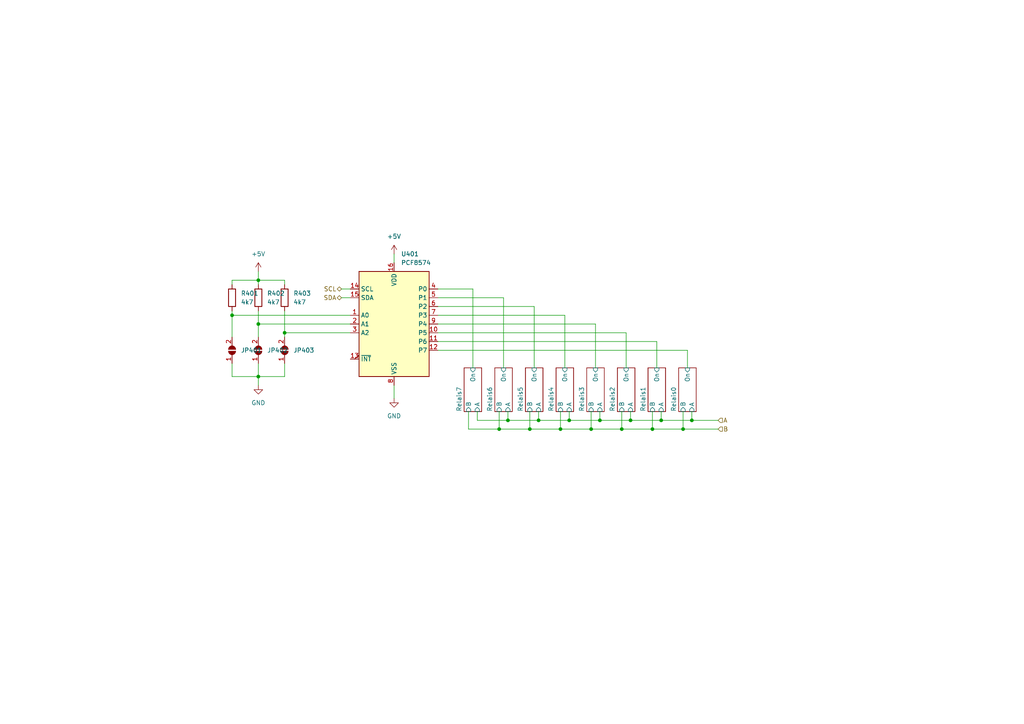
<source format=kicad_sch>
(kicad_sch (version 20211123) (generator eeschema)
  (paper "A4")
  (title_block (date "2022-03-14") (company "makerspace Bocholt"))
  (lib_symbols
    (symbol "Device:R" (pin_numbers hide) (pin_names (offset 0))
      (property "Reference" "R" (at 2.032 0 90))
      (property "Value" "R" (at 0 0 90))
      (symbol "R_0_1"
        (rectangle (start -1.016 -2.54) (end 1.016 2.54) (stroke (width 0.254)))
      )
      (symbol "R_1_1"
        (pin passive line (at 0 3.81 270) (length 1.27) (name "~") (number "1"))
        (pin passive line (at 0 -3.81 90) (length 1.27) (name "~") (number "2"))
      )
    )
    (symbol "Interface_Expansion:PCF8574"
      (property "Reference" "U" (at -8.89 16.51 0))
      (property "Value" "PCF8574" (at 2.54 16.51 0))
      (symbol "PCF8574_0_1"
        (rectangle (start -10.16 15.24) (end 10.16 -15.24) (stroke (width 0.254)) (fill (type background)))
      )
      (symbol "PCF8574_1_1"
        (pin input line (at -12.7 2.54 0) (length 2.54) (name "A0") (number "1"))
        (pin bidirectional line (at 12.7 -2.54 180) (length 2.54) (name "P5") (number "10"))
        (pin bidirectional line (at 12.7 -5.08 180) (length 2.54) (name "P6") (number "11"))
        (pin bidirectional line (at 12.7 -7.62 180) (length 2.54) (name "P7") (number "12"))
        (pin open_collector output_low (at -12.7 -10.16 0) (length 2.54) (name "~{INT}") (number "13"))
        (pin input line (at -12.7 10.16 0) (length 2.54) (name "SCL") (number "14"))
        (pin bidirectional line (at -12.7 7.62 0) (length 2.54) (name "SDA") (number "15"))
        (pin power_in line (at 0 17.78 270) (length 2.54) (name "VDD") (number "16"))
        (pin input line (at -12.7 0 0) (length 2.54) (name "A1") (number "2"))
        (pin input line (at -12.7 -2.54 0) (length 2.54) (name "A2") (number "3"))
        (pin bidirectional line (at 12.7 10.16 180) (length 2.54) (name "P0") (number "4"))
        (pin bidirectional line (at 12.7 7.62 180) (length 2.54) (name "P1") (number "5"))
        (pin bidirectional line (at 12.7 5.08 180) (length 2.54) (name "P2") (number "6"))
        (pin bidirectional line (at 12.7 2.54 180) (length 2.54) (name "P3") (number "7"))
        (pin power_in line (at 0 -17.78 90) (length 2.54) (name "VSS") (number "8"))
        (pin bidirectional line (at 12.7 0 180) (length 2.54) (name "P4") (number "9"))
      )
    )
    (symbol "Jumper:SolderJumper_2_Open" (pin_names (offset 0) hide)
      (property "Reference" "JP" (at 0 2.032 0))
      (property "Value" "SolderJumper_2_Open" (at 0 -2.54 0))
      (symbol "SolderJumper_2_Open_0_1"
        (arc (start -0.254 1.016) (mid -1.27 0) (end -0.254 -1.016))
        (arc (start -0.254 1.016) (mid -1.27 0) (end -0.254 -1.016) (fill (type outline)))
        (polyline (pts (xy -0.254 1.016) (xy -0.254 -1.016)))
        (polyline (pts (xy 0.254 1.016) (xy 0.254 -1.016)))
        (arc (start 0.254 -1.016) (mid 1.27 0) (end 0.254 1.016))
        (arc (start 0.254 -1.016) (mid 1.27 0) (end 0.254 1.016) (fill (type outline)))
      )
      (symbol "SolderJumper_2_Open_1_1"
        (pin passive line (at -3.81 0 0) (length 2.54) (name "A") (number "1"))
        (pin passive line (at 3.81 0 180) (length 2.54) (name "B") (number "2"))
      )
    )
    (symbol "power:+5V" (power) (pin_names (offset 0))
      (property "Value" "+5V" (at 0 3.556 0))
      (symbol "+5V_0_1"
        (polyline (pts (xy -0.762 1.27) (xy 0 2.54)))
        (polyline (pts (xy 0 0) (xy 0 2.54)))
        (polyline (pts (xy 0 2.54) (xy 0.762 1.27)))
      )
      (symbol "+5V_1_1"
        (pin power_in line (at 0 0 90) (length 0) hide (name "+5V") (number "1"))
      )
    )
    (symbol "power:GND" (power) (pin_names (offset 0))
      (property "Value" "GND" (at 0 -3.81 0))
      (symbol "GND_0_1"
        (polyline (pts (xy 0 0) (xy 0 -1.27) (xy 1.27 -1.27) (xy 0 -2.54) (xy -1.27 -1.27) (xy 0 -1.27)))
      )
      (symbol "GND_1_1"
        (pin power_in line (at 0 0 270) (length 0) hide (name "GND") (number "1"))
      )
    )
  )
  (junction (at 74.93 93.98))
  (junction (at 191.77 121.92))
  (junction (at 74.93 109.22))
  (junction (at 189.23 124.46))
  (junction (at 198.12 124.46))
  (junction (at 144.78 124.46))
  (junction (at 162.56 124.46))
  (junction (at 182.88 121.92))
  (junction (at 165.1 121.92))
  (junction (at 74.93 81.28))
  (junction (at 156.21 121.92))
  (junction (at 67.31 91.44))
  (junction (at 82.55 96.52))
  (junction (at 153.67 124.46))
  (junction (at 200.66 121.92))
  (junction (at 147.32 121.92))
  (junction (at 171.45 124.46))
  (junction (at 173.99 121.92))
  (junction (at 180.34 124.46))
  (wire (pts (xy 127 93.98) (xy 172.72 93.98)))
  (wire (pts (xy 198.12 124.46) (xy 189.23 124.46)))
  (wire (pts (xy 147.32 119.38) (xy 147.32 121.92)))
  (wire (pts (xy 180.34 124.46) (xy 171.45 124.46)))
  (wire (pts (xy 67.31 81.28) (xy 67.31 82.55)))
  (wire (pts (xy 147.32 121.92) (xy 156.21 121.92)))
  (wire (pts (xy 180.34 119.38) (xy 180.34 124.46)))
  (wire (pts (xy 146.05 86.36) (xy 146.05 106.68)))
  (wire (pts (xy 74.93 93.98) (xy 101.6 93.98)))
  (wire (pts (xy 190.5 99.06) (xy 190.5 106.68)))
  (wire (pts (xy 127 88.9) (xy 154.94 88.9)))
  (wire (pts (xy 127 101.6) (xy 199.39 101.6)))
  (wire (pts (xy 74.93 93.98) (xy 74.93 97.79)))
  (wire (pts (xy 162.56 119.38) (xy 162.56 124.46)))
  (wire (pts (xy 182.88 121.92) (xy 191.77 121.92)))
  (wire (pts (xy 191.77 119.38) (xy 191.77 121.92)))
  (wire (pts (xy 74.93 109.22) (xy 82.55 109.22)))
  (wire (pts (xy 127 96.52) (xy 181.61 96.52)))
  (wire (pts (xy 172.72 93.98) (xy 172.72 106.68)))
  (wire (pts (xy 67.31 105.41) (xy 67.31 109.22)))
  (wire (pts (xy 153.67 124.46) (xy 144.78 124.46)))
  (wire (pts (xy 82.55 96.52) (xy 82.55 97.79)))
  (wire (pts (xy 67.31 109.22) (xy 74.93 109.22)))
  (wire (pts (xy 74.93 105.41) (xy 74.93 109.22)))
  (wire (pts (xy 198.12 119.38) (xy 198.12 124.46)))
  (wire (pts (xy 144.78 119.38) (xy 144.78 124.46)))
  (wire (pts (xy 138.43 121.92) (xy 147.32 121.92)))
  (wire (pts (xy 199.39 101.6) (xy 199.39 106.68)))
  (wire (pts (xy 114.3 111.76) (xy 114.3 115.57)))
  (wire (pts (xy 74.93 109.22) (xy 74.93 111.76)))
  (wire (pts (xy 99.06 83.82) (xy 101.6 83.82)))
  (wire (pts (xy 127 83.82) (xy 137.16 83.82)))
  (wire (pts (xy 182.88 119.38) (xy 182.88 121.92)))
  (wire (pts (xy 67.31 90.17) (xy 67.31 91.44)))
  (wire (pts (xy 156.21 121.92) (xy 165.1 121.92)))
  (wire (pts (xy 137.16 83.82) (xy 137.16 106.68)))
  (wire (pts (xy 198.12 124.46) (xy 208.28 124.46)))
  (wire (pts (xy 127 86.36) (xy 146.05 86.36)))
  (wire (pts (xy 67.31 91.44) (xy 67.31 97.79)))
  (wire (pts (xy 99.06 86.36) (xy 101.6 86.36)))
  (wire (pts (xy 200.66 121.92) (xy 208.28 121.92)))
  (wire (pts (xy 181.61 96.52) (xy 181.61 106.68)))
  (wire (pts (xy 153.67 119.38) (xy 153.67 124.46)))
  (wire (pts (xy 82.55 90.17) (xy 82.55 96.52)))
  (wire (pts (xy 82.55 96.52) (xy 101.6 96.52)))
  (wire (pts (xy 74.93 81.28) (xy 67.31 81.28)))
  (wire (pts (xy 114.3 73.66) (xy 114.3 76.2)))
  (wire (pts (xy 127 99.06) (xy 190.5 99.06)))
  (wire (pts (xy 74.93 90.17) (xy 74.93 93.98)))
  (wire (pts (xy 82.55 105.41) (xy 82.55 109.22)))
  (wire (pts (xy 191.77 121.92) (xy 200.66 121.92)))
  (wire (pts (xy 127 91.44) (xy 163.83 91.44)))
  (wire (pts (xy 171.45 119.38) (xy 171.45 124.46)))
  (wire (pts (xy 154.94 88.9) (xy 154.94 106.68)))
  (wire (pts (xy 156.21 119.38) (xy 156.21 121.92)))
  (wire (pts (xy 138.43 119.38) (xy 138.43 121.92)))
  (wire (pts (xy 165.1 119.38) (xy 165.1 121.92)))
  (wire (pts (xy 135.89 119.38) (xy 135.89 124.46)))
  (wire (pts (xy 165.1 121.92) (xy 173.99 121.92)))
  (wire (pts (xy 74.93 78.74) (xy 74.93 81.28)))
  (wire (pts (xy 171.45 124.46) (xy 162.56 124.46)))
  (wire (pts (xy 173.99 119.38) (xy 173.99 121.92)))
  (wire (pts (xy 82.55 81.28) (xy 82.55 82.55)))
  (wire (pts (xy 162.56 124.46) (xy 153.67 124.46)))
  (wire (pts (xy 173.99 121.92) (xy 182.88 121.92)))
  (wire (pts (xy 82.55 81.28) (xy 74.93 81.28)))
  (wire (pts (xy 163.83 91.44) (xy 163.83 106.68)))
  (wire (pts (xy 189.23 124.46) (xy 180.34 124.46)))
  (wire (pts (xy 74.93 81.28) (xy 74.93 82.55)))
  (wire (pts (xy 144.78 124.46) (xy 135.89 124.46)))
  (wire (pts (xy 189.23 119.38) (xy 189.23 124.46)))
  (wire (pts (xy 67.31 91.44) (xy 101.6 91.44)))
  (wire (pts (xy 200.66 121.92) (xy 200.66 119.38)))
  (hierarchical_label "A" (shape input) (at 208.28 121.92 0))
  (hierarchical_label "B" (shape input) (at 208.28 124.46 0))
  (hierarchical_label "SDA" (shape bidirectional) (at 99.06 86.36 180))
  (hierarchical_label "SCL" (shape bidirectional) (at 99.06 83.82 180))
  (symbol (lib_id "power:+5V") (at 74.93 78.74 0) (unit 1)
    (property "Reference" "#PWR0402" (effects hide))
    (property "Value" "+5V" (at 74.93 73.66 0))
  )
  (symbol (lib_id "Interface_Expansion:PCF8574") (at 114.3 93.98 0) (unit 1)
    (property "Reference" "U401" (at 116.3194 73.66 0) (effects (justify left)))
    (property "Value" "PCF8574" (at 116.3194 76.2 0) (effects (justify left)))
    (property "Footprint" "Package_DIP:DIP-16_W7.62mm_LongPads" (effects hide))
    (property "Datasheet" "http://www.nxp.com/documents/data_sheet/PCF8574_PCF8574A.pdf" (effects hide))
  )
  (symbol (lib_id "Jumper:SolderJumper_2_Open") (at 74.93 101.6 90) (unit 1)
    (property "Reference" "JP402" (at 77.47 101.5999 90) (effects (justify right)))
    (property "Value" "SolderJumper_2_Open" (effects hide))
    (property "Footprint" "Jumper:SolderJumper-2_P1.3mm_Open_TrianglePad1.0x1.5mm" (effects hide))
  )
  (symbol (lib_id "Device:R") (at 67.31 86.36 0) (unit 1)
    (property "Reference" "R401" (at 69.85 85.0899 0) (effects (justify left)))
    (property "Value" "4k7" (at 69.85 87.6299 0) (effects (justify left)))
    (property "Footprint" "Resistor_THT:R_Axial_DIN0207_L6.3mm_D2.5mm_P7.62mm_Horizontal" (effects hide))
  )
  (symbol (lib_id "Device:R") (at 74.93 86.36 0) (unit 1)
    (property "Reference" "R402" (at 77.47 85.0899 0) (effects (justify left)))
    (property "Value" "4k7" (at 77.47 87.6299 0) (effects (justify left)))
    (property "Footprint" "Resistor_THT:R_Axial_DIN0207_L6.3mm_D2.5mm_P7.62mm_Horizontal" (effects hide))
  )
  (symbol (lib_id "Jumper:SolderJumper_2_Open") (at 82.55 101.6 90) (unit 1)
    (property "Reference" "JP403" (at 85.09 101.5999 90) (effects (justify right)))
    (property "Value" "SolderJumper_2_Open" (effects hide))
    (property "Footprint" "Jumper:SolderJumper-2_P1.3mm_Open_TrianglePad1.0x1.5mm" (effects hide))
  )
  (symbol (lib_id "power:+5V") (at 114.3 73.66 0) (unit 1)
    (property "Reference" "#PWR0401" (effects hide))
    (property "Value" "+5V" (at 114.3 68.58 0))
  )
  (symbol (lib_id "power:GND") (at 74.93 111.76 0) (unit 1)
    (property "Reference" "#PWR0403" (effects hide))
    (property "Value" "GND" (at 74.93 116.84 0))
  )
  (symbol (lib_id "Jumper:SolderJumper_2_Open") (at 67.31 101.6 90) (unit 1)
    (property "Reference" "JP401" (at 69.85 101.5999 90) (effects (justify right)))
    (property "Value" "SolderJumper_2_Open" (effects hide))
    (property "Footprint" "Jumper:SolderJumper-2_P1.3mm_Open_TrianglePad1.0x1.5mm" (effects hide))
  )
  (symbol (lib_id "Device:R") (at 82.55 86.36 0) (unit 1)
    (property "Reference" "R403" (at 85.09 85.0899 0) (effects (justify left)))
    (property "Value" "4k7" (at 85.09 87.6299 0) (effects (justify left)))
    (property "Footprint" "Resistor_THT:R_Axial_DIN0207_L6.3mm_D2.5mm_P7.62mm_Horizontal" (effects hide))
  )
  (symbol (lib_id "power:GND") (at 114.3 115.57 0) (unit 1)
    (property "Reference" "#PWR0404" (effects hide))
    (property "Value" "GND" (at 114.3 120.65 0))
  )
  (sheet (at 134.62 106.68) (size 5.08 12.7) (stroke (width 0.1524))
    (property "Sheet name" "Relais7" (at 133.9084 119.38 90) (effects (justify left bottom)))
    (property "Sheet file" "Relais.kicad_sch" (effects hide))
    (pin "B" input (at 135.89 119.38 270))
    (pin "A" input (at 138.43 119.38 270))
    (pin "On" input (at 137.16 106.68 90))
  )
  (sheet (at 143.51 106.68) (size 5.08 12.7) (stroke (width 0.1524))
    (property "Sheet name" "Relais6" (at 142.7984 119.38 90) (effects (justify left bottom)))
    (property "Sheet file" "Relais.kicad_sch" (effects hide))
    (pin "B" input (at 144.78 119.38 270))
    (pin "A" input (at 147.32 119.38 270))
    (pin "On" input (at 146.05 106.68 90))
  )
  (sheet (at 179.07 106.68) (size 5.08 12.7) (stroke (width 0.1524))
    (property "Sheet name" "Relais2" (at 178.3584 119.38 90) (effects (justify left bottom)))
    (property "Sheet file" "Relais.kicad_sch" (effects hide))
    (pin "B" input (at 180.34 119.38 270))
    (pin "A" input (at 182.88 119.38 270))
    (pin "On" input (at 181.61 106.68 90))
  )
  (sheet (at 161.29 106.68) (size 5.08 12.7) (stroke (width 0.1524))
    (property "Sheet name" "Relais4" (at 160.5784 119.38 90) (effects (justify left bottom)))
    (property "Sheet file" "Relais.kicad_sch" (effects hide))
    (pin "B" input (at 162.56 119.38 270))
    (pin "A" input (at 165.1 119.38 270))
    (pin "On" input (at 163.83 106.68 90))
  )
  (sheet (at 187.96 106.68) (size 5.08 12.7) (stroke (width 0.1524))
    (property "Sheet name" "Relais1" (at 187.2484 119.38 90) (effects (justify left bottom)))
    (property "Sheet file" "Relais.kicad_sch" (effects hide))
    (pin "B" input (at 189.23 119.38 270))
    (pin "A" input (at 191.77 119.38 270))
    (pin "On" input (at 190.5 106.68 90))
  )
  (sheet (at 170.18 106.68) (size 5.08 12.7) (stroke (width 0.1524))
    (property "Sheet name" "Relais3" (at 169.4684 119.38 90) (effects (justify left bottom)))
    (property "Sheet file" "Relais.kicad_sch" (effects hide))
    (pin "B" input (at 171.45 119.38 270))
    (pin "A" input (at 173.99 119.38 270))
    (pin "On" input (at 172.72 106.68 90))
  )
  (sheet (at 152.4 106.68) (size 5.08 12.7) (stroke (width 0.1524))
    (property "Sheet name" "Relais5" (at 151.6884 119.38 90) (effects (justify left bottom)))
    (property "Sheet file" "Relais.kicad_sch" (effects hide))
    (pin "B" input (at 153.67 119.38 270))
    (pin "A" input (at 156.21 119.38 270))
    (pin "On" input (at 154.94 106.68 90))
  )
  (sheet (at 196.85 106.68) (size 5.08 12.7) (stroke (width 0.1524))
    (property "Sheet name" "Relais0" (at 196.1384 119.38 90) (effects (justify left bottom)))
    (property "Sheet file" "Relais.kicad_sch" (effects hide))
    (pin "B" input (at 198.12 119.38 270))
    (pin "A" input (at 200.66 119.38 270))
    (pin "On" input (at 199.39 106.68 90))
  )
)
</source>
